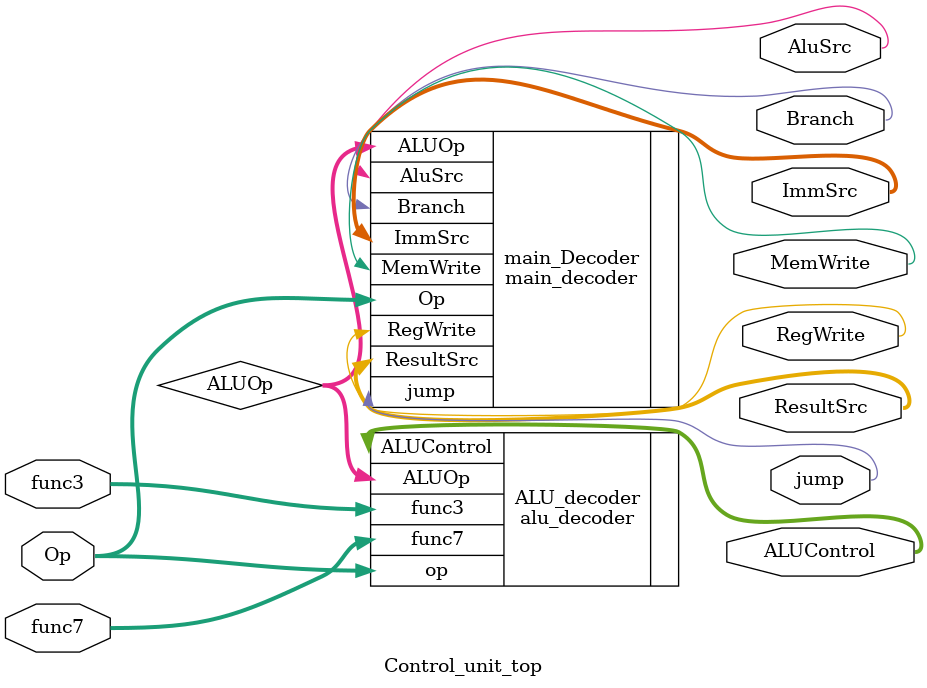
<source format=v>
`timescale 1ns / 1ps

module Control_unit_top(Op,func3,func7,ResultSrc ,MemWrite,Branch ,AluSrc ,ImmSrc ,RegWrite,ALUControl,jump);

input [6:0] Op;
input [2:0] func3;
//output [1:0] ALUOp;
input [6:0] func7;
output [2:0] ALUControl;
output MemWrite,AluSrc,RegWrite,Branch,jump;
output [1:0] ImmSrc;
output [1:0] ResultSrc;

wire [1:0] ALUOp;

////Instantiation of ALU Decpoder and Main Decoder//


main_decoder main_Decoder(
                        .Op(Op),
                        .ResultSrc(ResultSrc),
                        .MemWrite(MemWrite),
                        .AluSrc(AluSrc),
                        .ImmSrc(ImmSrc),
                        .RegWrite(RegWrite), 
                        .ALUOp(ALUOp),
                        .Branch(Branch),
                       .jump(jump)
                        );
alu_decoder ALU_decoder(
                        .ALUOp(ALUOp),
                        .op(Op),
                        .func3(func3),
                        .func7(func7),
                        .ALUControl(ALUControl)
                                   );
                                                

endmodule

</source>
